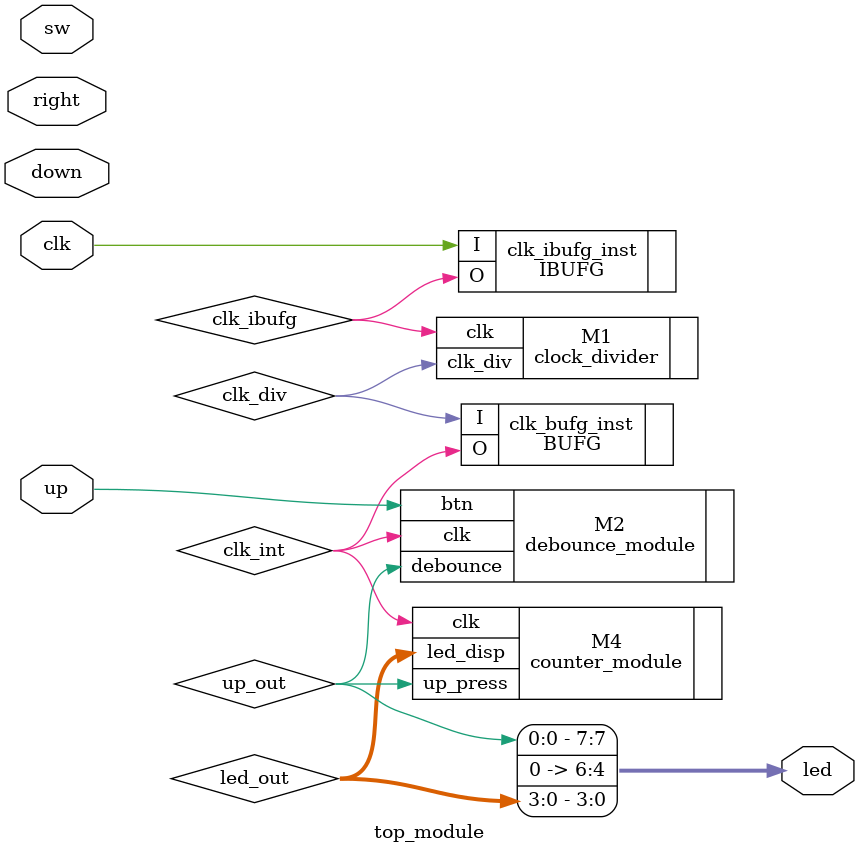
<source format=v>
`timescale 1ns / 1ps
module top_module(
	 input clk,
	 input up,
    input down,
    input right,
    input [2:0] sw,
    output [7:0] led
    );
	 
	 // Clock handler
	 wire clk_ibufg;
    wire clk_int;
    IBUFG clk_ibufg_inst (.I(clk), .O(clk_ibufg));
	 wire clk_div;
	 clock_divider M1 (
		.clk(clk_ibufg),
		.clk_div(clk_div)
	 );
	 
    BUFG clk_bufg_inst (.I(clk_div), .O(clk_int));
	
	// Debounce module
	wire up_out, down_out, right_out;
	wire [3:0] last_leds;
	debounce_module M2(
		.clk(clk_int),
		.btn(up),
		.debounce(up_out)
		);
//	debounce_module M3(
//		.clk(clk_int),
//		.btn(down),
//		.debounce(down_out)
//		);
//	

// Counter module
	wire [3:0] led_out;
	
	counter_module M4(
		.up_press(up_out),
		.clk(clk_int),
		.led_disp(led_out)
		);


assign led[3:0] = led_out;
assign led[7:4] = {up_out,3'b000};

endmodule

</source>
